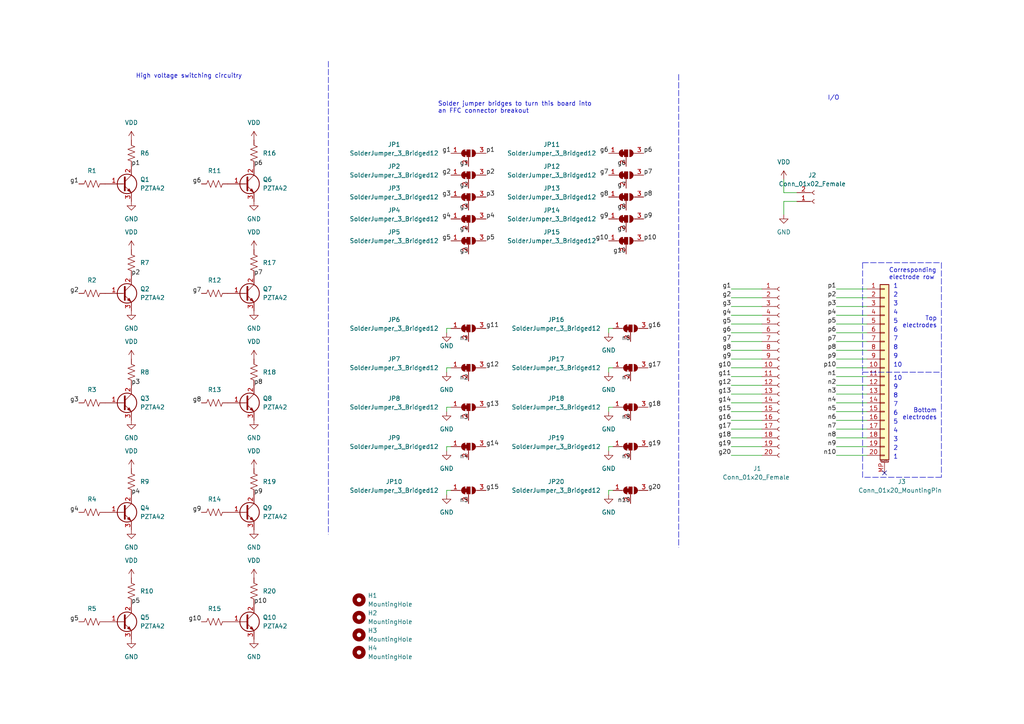
<source format=kicad_sch>
(kicad_sch (version 20211123) (generator eeschema)
  (paper "A4")
  (lib_symbols
    (symbol "Connector:Conn_01x02_Female" (pin_names (offset 1.016) hide)
      (property "Reference" "J" (at 0 2.54 0))
      (property "Value" "Conn_01x02_Female" (at 0 -5.08 0))
      (symbol "Conn_01x02_Female_1_1"
        (arc (start 0 -2.032) (mid -0.508 -2.54) (end 0 -3.048) (stroke (width 0.1524)))
        (polyline (pts (xy -1.27 -2.54) (xy -0.508 -2.54)) (stroke (width 0.1524)))
        (polyline (pts (xy -1.27 0) (xy -0.508 0)) (stroke (width 0.1524)))
        (arc (start 0 0.508) (mid -0.508 0) (end 0 -0.508) (stroke (width 0.1524)))
        (pin passive line (at -5.08 0 0) (length 3.81) (name "Pin_1") (number "1"))
        (pin passive line (at -5.08 -2.54 0) (length 3.81) (name "Pin_2") (number "2"))
      )
    )
    (symbol "Connector:Conn_01x20_Female" (pin_names (offset 1.016) hide)
      (property "Reference" "J" (at 0 25.4 0))
      (property "Value" "Conn_01x20_Female" (at 0 -27.94 0))
      (symbol "Conn_01x20_Female_1_1"
        (arc (start 0 -24.892) (mid -0.508 -25.4) (end 0 -25.908) (stroke (width 0.1524)))
        (arc (start 0 -22.352) (mid -0.508 -22.86) (end 0 -23.368) (stroke (width 0.1524)))
        (arc (start 0 -19.812) (mid -0.508 -20.32) (end 0 -20.828) (stroke (width 0.1524)))
        (arc (start 0 -17.272) (mid -0.508 -17.78) (end 0 -18.288) (stroke (width 0.1524)))
        (arc (start 0 -14.732) (mid -0.508 -15.24) (end 0 -15.748) (stroke (width 0.1524)))
        (arc (start 0 -12.192) (mid -0.508 -12.7) (end 0 -13.208) (stroke (width 0.1524)))
        (arc (start 0 -9.652) (mid -0.508 -10.16) (end 0 -10.668) (stroke (width 0.1524)))
        (arc (start 0 -7.112) (mid -0.508 -7.62) (end 0 -8.128) (stroke (width 0.1524)))
        (arc (start 0 -4.572) (mid -0.508 -5.08) (end 0 -5.588) (stroke (width 0.1524)))
        (arc (start 0 -2.032) (mid -0.508 -2.54) (end 0 -3.048) (stroke (width 0.1524)))
        (polyline (pts (xy -1.27 -25.4) (xy -0.508 -25.4)) (stroke (width 0.1524)))
        (polyline (pts (xy -1.27 -22.86) (xy -0.508 -22.86)) (stroke (width 0.1524)))
        (polyline (pts (xy -1.27 -20.32) (xy -0.508 -20.32)) (stroke (width 0.1524)))
        (polyline (pts (xy -1.27 -17.78) (xy -0.508 -17.78)) (stroke (width 0.1524)))
        (polyline (pts (xy -1.27 -15.24) (xy -0.508 -15.24)) (stroke (width 0.1524)))
        (polyline (pts (xy -1.27 -12.7) (xy -0.508 -12.7)) (stroke (width 0.1524)))
        (polyline (pts (xy -1.27 -10.16) (xy -0.508 -10.16)) (stroke (width 0.1524)))
        (polyline (pts (xy -1.27 -7.62) (xy -0.508 -7.62)) (stroke (width 0.1524)))
        (polyline (pts (xy -1.27 -5.08) (xy -0.508 -5.08)) (stroke (width 0.1524)))
        (polyline (pts (xy -1.27 -2.54) (xy -0.508 -2.54)) (stroke (width 0.1524)))
        (polyline (pts (xy -1.27 0) (xy -0.508 0)) (stroke (width 0.1524)))
        (polyline (pts (xy -1.27 2.54) (xy -0.508 2.54)) (stroke (width 0.1524)))
        (polyline (pts (xy -1.27 5.08) (xy -0.508 5.08)) (stroke (width 0.1524)))
        (polyline (pts (xy -1.27 7.62) (xy -0.508 7.62)) (stroke (width 0.1524)))
        (polyline (pts (xy -1.27 10.16) (xy -0.508 10.16)) (stroke (width 0.1524)))
        (polyline (pts (xy -1.27 12.7) (xy -0.508 12.7)) (stroke (width 0.1524)))
        (polyline (pts (xy -1.27 15.24) (xy -0.508 15.24)) (stroke (width 0.1524)))
        (polyline (pts (xy -1.27 17.78) (xy -0.508 17.78)) (stroke (width 0.1524)))
        (polyline (pts (xy -1.27 20.32) (xy -0.508 20.32)) (stroke (width 0.1524)))
        (polyline (pts (xy -1.27 22.86) (xy -0.508 22.86)) (stroke (width 0.1524)))
        (arc (start 0 0.508) (mid -0.508 0) (end 0 -0.508) (stroke (width 0.1524)))
        (arc (start 0 3.048) (mid -0.508 2.54) (end 0 2.032) (stroke (width 0.1524)))
        (arc (start 0 5.588) (mid -0.508 5.08) (end 0 4.572) (stroke (width 0.1524)))
        (arc (start 0 8.128) (mid -0.508 7.62) (end 0 7.112) (stroke (width 0.1524)))
        (arc (start 0 10.668) (mid -0.508 10.16) (end 0 9.652) (stroke (width 0.1524)))
        (arc (start 0 13.208) (mid -0.508 12.7) (end 0 12.192) (stroke (width 0.1524)))
        (arc (start 0 15.748) (mid -0.508 15.24) (end 0 14.732) (stroke (width 0.1524)))
        (arc (start 0 18.288) (mid -0.508 17.78) (end 0 17.272) (stroke (width 0.1524)))
        (arc (start 0 20.828) (mid -0.508 20.32) (end 0 19.812) (stroke (width 0.1524)))
        (arc (start 0 23.368) (mid -0.508 22.86) (end 0 22.352) (stroke (width 0.1524)))
        (pin passive line (at -5.08 22.86 0) (length 3.81) (name "Pin_1") (number "1"))
        (pin passive line (at -5.08 0 0) (length 3.81) (name "Pin_10") (number "10"))
        (pin passive line (at -5.08 -2.54 0) (length 3.81) (name "Pin_11") (number "11"))
        (pin passive line (at -5.08 -5.08 0) (length 3.81) (name "Pin_12") (number "12"))
        (pin passive line (at -5.08 -7.62 0) (length 3.81) (name "Pin_13") (number "13"))
        (pin passive line (at -5.08 -10.16 0) (length 3.81) (name "Pin_14") (number "14"))
        (pin passive line (at -5.08 -12.7 0) (length 3.81) (name "Pin_15") (number "15"))
        (pin passive line (at -5.08 -15.24 0) (length 3.81) (name "Pin_16") (number "16"))
        (pin passive line (at -5.08 -17.78 0) (length 3.81) (name "Pin_17") (number "17"))
        (pin passive line (at -5.08 -20.32 0) (length 3.81) (name "Pin_18") (number "18"))
        (pin passive line (at -5.08 -22.86 0) (length 3.81) (name "Pin_19") (number "19"))
        (pin passive line (at -5.08 20.32 0) (length 3.81) (name "Pin_2") (number "2"))
        (pin passive line (at -5.08 -25.4 0) (length 3.81) (name "Pin_20") (number "20"))
        (pin passive line (at -5.08 17.78 0) (length 3.81) (name "Pin_3") (number "3"))
        (pin passive line (at -5.08 15.24 0) (length 3.81) (name "Pin_4") (number "4"))
        (pin passive line (at -5.08 12.7 0) (length 3.81) (name "Pin_5") (number "5"))
        (pin passive line (at -5.08 10.16 0) (length 3.81) (name "Pin_6") (number "6"))
        (pin passive line (at -5.08 7.62 0) (length 3.81) (name "Pin_7") (number "7"))
        (pin passive line (at -5.08 5.08 0) (length 3.81) (name "Pin_8") (number "8"))
        (pin passive line (at -5.08 2.54 0) (length 3.81) (name "Pin_9") (number "9"))
      )
    )
    (symbol "Connector_Generic_MountingPin:Conn_01x20_MountingPin" (pin_names (offset 1.016) hide)
      (property "Reference" "J" (at 0 25.4 0))
      (property "Value" "Conn_01x20_MountingPin" (at 1.27 -27.94 0))
      (symbol "Conn_01x20_MountingPin_1_1"
        (rectangle (start -1.27 -25.273) (end 0 -25.527) (stroke (width 0.1524)))
        (rectangle (start -1.27 -22.733) (end 0 -22.987) (stroke (width 0.1524)))
        (rectangle (start -1.27 -20.193) (end 0 -20.447) (stroke (width 0.1524)))
        (rectangle (start -1.27 -17.653) (end 0 -17.907) (stroke (width 0.1524)))
        (rectangle (start -1.27 -15.113) (end 0 -15.367) (stroke (width 0.1524)))
        (rectangle (start -1.27 -12.573) (end 0 -12.827) (stroke (width 0.1524)))
        (rectangle (start -1.27 -10.033) (end 0 -10.287) (stroke (width 0.1524)))
        (rectangle (start -1.27 -7.493) (end 0 -7.747) (stroke (width 0.1524)))
        (rectangle (start -1.27 -4.953) (end 0 -5.207) (stroke (width 0.1524)))
        (rectangle (start -1.27 -2.413) (end 0 -2.667) (stroke (width 0.1524)))
        (rectangle (start -1.27 0.127) (end 0 -0.127) (stroke (width 0.1524)))
        (rectangle (start -1.27 2.667) (end 0 2.413) (stroke (width 0.1524)))
        (rectangle (start -1.27 5.207) (end 0 4.953) (stroke (width 0.1524)))
        (rectangle (start -1.27 7.747) (end 0 7.493) (stroke (width 0.1524)))
        (rectangle (start -1.27 10.287) (end 0 10.033) (stroke (width 0.1524)))
        (rectangle (start -1.27 12.827) (end 0 12.573) (stroke (width 0.1524)))
        (rectangle (start -1.27 15.367) (end 0 15.113) (stroke (width 0.1524)))
        (rectangle (start -1.27 17.907) (end 0 17.653) (stroke (width 0.1524)))
        (rectangle (start -1.27 20.447) (end 0 20.193) (stroke (width 0.1524)))
        (rectangle (start -1.27 22.987) (end 0 22.733) (stroke (width 0.1524)))
        (rectangle (start -1.27 24.13) (end 1.27 -26.67) (stroke (width 0.254)) (fill (type background)))
        (polyline (pts (xy -1.016 -27.432) (xy 1.016 -27.432)) (stroke (width 0.1524)))
        (text "Mounting" (at 0 -27.051 0) (effects (font (size 0.381 0.381))))
        (pin passive line (at -5.08 22.86 0) (length 3.81) (name "Pin_1") (number "1"))
        (pin passive line (at -5.08 0 0) (length 3.81) (name "Pin_10") (number "10"))
        (pin passive line (at -5.08 -2.54 0) (length 3.81) (name "Pin_11") (number "11"))
        (pin passive line (at -5.08 -5.08 0) (length 3.81) (name "Pin_12") (number "12"))
        (pin passive line (at -5.08 -7.62 0) (length 3.81) (name "Pin_13") (number "13"))
        (pin passive line (at -5.08 -10.16 0) (length 3.81) (name "Pin_14") (number "14"))
        (pin passive line (at -5.08 -12.7 0) (length 3.81) (name "Pin_15") (number "15"))
        (pin passive line (at -5.08 -15.24 0) (length 3.81) (name "Pin_16") (number "16"))
        (pin passive line (at -5.08 -17.78 0) (length 3.81) (name "Pin_17") (number "17"))
        (pin passive line (at -5.08 -20.32 0) (length 3.81) (name "Pin_18") (number "18"))
        (pin passive line (at -5.08 -22.86 0) (length 3.81) (name "Pin_19") (number "19"))
        (pin passive line (at -5.08 20.32 0) (length 3.81) (name "Pin_2") (number "2"))
        (pin passive line (at -5.08 -25.4 0) (length 3.81) (name "Pin_20") (number "20"))
        (pin passive line (at -5.08 17.78 0) (length 3.81) (name "Pin_3") (number "3"))
        (pin passive line (at -5.08 15.24 0) (length 3.81) (name "Pin_4") (number "4"))
        (pin passive line (at -5.08 12.7 0) (length 3.81) (name "Pin_5") (number "5"))
        (pin passive line (at -5.08 10.16 0) (length 3.81) (name "Pin_6") (number "6"))
        (pin passive line (at -5.08 7.62 0) (length 3.81) (name "Pin_7") (number "7"))
        (pin passive line (at -5.08 5.08 0) (length 3.81) (name "Pin_8") (number "8"))
        (pin passive line (at -5.08 2.54 0) (length 3.81) (name "Pin_9") (number "9"))
        (pin passive line (at 0 -30.48 90) (length 3.048) (name "MountPin") (number "MP"))
      )
    )
    (symbol "Device:R_US" (pin_numbers hide) (pin_names (offset 0))
      (property "Reference" "R" (at 2.54 0 90))
      (property "Value" "R_US" (at -2.54 0 90))
      (symbol "R_US_0_1"
        (polyline (pts (xy 0 -2.286) (xy 0 -2.54)))
        (polyline (pts (xy 0 2.286) (xy 0 2.54)))
        (polyline (pts (xy 0 -0.762) (xy 1.016 -1.143) (xy 0 -1.524) (xy -1.016 -1.905) (xy 0 -2.286)))
        (polyline (pts (xy 0 0.762) (xy 1.016 0.381) (xy 0 0) (xy -1.016 -0.381) (xy 0 -0.762)))
        (polyline (pts (xy 0 2.286) (xy 1.016 1.905) (xy 0 1.524) (xy -1.016 1.143) (xy 0 0.762)))
      )
      (symbol "R_US_1_1"
        (pin passive line (at 0 3.81 270) (length 1.27) (name "~") (number "1"))
        (pin passive line (at 0 -3.81 90) (length 1.27) (name "~") (number "2"))
      )
    )
    (symbol "Jumper:SolderJumper_3_Bridged12" (pin_names (offset 0) hide)
      (property "Reference" "JP" (at -2.54 -2.54 0))
      (property "Value" "SolderJumper_3_Bridged12" (at 0 2.794 0))
      (symbol "SolderJumper_3_Bridged12_0_1"
        (rectangle (start -1.016 0.508) (end -0.508 -0.508) (fill (type outline)))
        (arc (start -1.016 1.016) (mid -2.032 0) (end -1.016 -1.016))
        (arc (start -1.016 1.016) (mid -2.032 0) (end -1.016 -1.016) (fill (type outline)))
        (rectangle (start -0.508 1.016) (end 0.508 -1.016) (fill (type outline)))
        (polyline (pts (xy -2.54 0) (xy -2.032 0)))
        (polyline (pts (xy -1.016 1.016) (xy -1.016 -1.016)))
        (polyline (pts (xy 0 -1.27) (xy 0 -1.016)))
        (polyline (pts (xy 1.016 1.016) (xy 1.016 -1.016)))
        (polyline (pts (xy 2.54 0) (xy 2.032 0)))
        (arc (start 1.016 -1.016) (mid 2.032 0) (end 1.016 1.016))
        (arc (start 1.016 -1.016) (mid 2.032 0) (end 1.016 1.016) (fill (type outline)))
      )
      (symbol "SolderJumper_3_Bridged12_1_1"
        (pin passive line (at -5.08 0 0) (length 2.54) (name "A") (number "1"))
        (pin passive line (at 0 -3.81 90) (length 2.54) (name "C") (number "2"))
        (pin passive line (at 5.08 0 180) (length 2.54) (name "B") (number "3"))
      )
    )
    (symbol "Mechanical:MountingHole" (pin_names (offset 1.016))
      (property "Reference" "H" (at 0 5.08 0))
      (property "Value" "MountingHole" (at 0 3.175 0))
      (symbol "MountingHole_0_1"
        (circle (center 0 0) (radius 1.27) (stroke (width 1.27)))
      )
    )
    (symbol "Transistor_BJT:PZTA42" (pin_names (offset 0) hide)
      (property "Reference" "Q" (at 5.08 1.905 0))
      (property "Value" "PZTA42" (at 5.08 0 0))
      (symbol "PZTA42_0_1"
        (polyline (pts (xy 0 0) (xy 0.635 0)))
        (polyline (pts (xy 2.54 -2.54) (xy 0.635 -0.635)))
        (polyline (pts (xy 2.54 2.54) (xy 0.635 0.635)))
        (polyline (pts (xy 0.635 1.905) (xy 0.635 -1.905) (xy 0.635 -1.905)) (stroke (width 0.508)))
        (polyline (pts (xy 2.286 -2.286) (xy 1.778 -1.778) (xy 1.778 -1.778)))
        (polyline (pts (xy 1.397 -1.905) (xy 1.905 -1.397) (xy 2.413 -2.413) (xy 1.397 -1.905) (xy 1.397 -1.905)) (fill (type outline)))
        (circle (center 1.27 0) (radius 2.8194) (stroke (width 0.254)))
      )
      (symbol "PZTA42_1_1"
        (pin input line (at -5.08 0 0) (length 5.08) (name "B") (number "1"))
        (pin passive line (at 2.54 5.08 270) (length 2.54) (name "C") (number "2"))
        (pin passive line (at 2.54 -5.08 90) (length 2.54) (name "E") (number "3"))
      )
    )
    (symbol "power:GND" (power) (pin_names (offset 0))
      (property "Value" "GND" (at 0 -3.81 0))
      (symbol "GND_0_1"
        (polyline (pts (xy 0 0) (xy 0 -1.27) (xy 1.27 -1.27) (xy 0 -2.54) (xy -1.27 -1.27) (xy 0 -1.27)))
      )
      (symbol "GND_1_1"
        (pin power_in line (at 0 0 270) (length 0) hide (name "GND") (number "1"))
      )
    )
    (symbol "power:VDD" (power) (pin_names (offset 0))
      (property "Value" "VDD" (at 0 3.81 0))
      (symbol "VDD_0_1"
        (polyline (pts (xy -0.762 1.27) (xy 0 2.54)))
        (polyline (pts (xy 0 0) (xy 0 2.54)))
        (polyline (pts (xy 0 2.54) (xy 0.762 1.27)))
      )
      (symbol "VDD_1_1"
        (pin power_in line (at 0 0 90) (length 0) hide (name "VDD") (number "1"))
      )
    )
  )
  (no_connect (at 256.54 137.16))
  (wire (pts (xy 212.09 83.82) (xy 220.98 83.82)))
  (wire (pts (xy 242.57 91.44) (xy 251.46 91.44)))
  (wire (pts (xy 212.09 104.14) (xy 220.98 104.14)))
  (polyline (pts (xy 273.05 138.43) (xy 250.19 138.43)))
  (wire (pts (xy 130.81 129.54) (xy 129.54 129.54)))
  (wire (pts (xy 212.09 114.3) (xy 220.98 114.3)))
  (wire (pts (xy 129.54 129.54) (xy 129.54 130.81)))
  (polyline (pts (xy 250.19 76.2) (xy 273.05 76.2)))
  (polyline (pts (xy 250.19 138.43) (xy 250.19 107.95)))
  (wire (pts (xy 176.53 95.25) (xy 176.53 96.52)))
  (wire (pts (xy 177.8 129.54) (xy 176.53 129.54)))
  (wire (pts (xy 242.57 101.6) (xy 251.46 101.6)))
  (wire (pts (xy 227.33 58.42) (xy 227.33 62.23)))
  (wire (pts (xy 242.57 88.9) (xy 251.46 88.9)))
  (wire (pts (xy 242.57 132.08) (xy 251.46 132.08)))
  (wire (pts (xy 242.57 129.54) (xy 251.46 129.54)))
  (wire (pts (xy 130.81 118.11) (xy 129.54 118.11)))
  (wire (pts (xy 212.09 93.98) (xy 220.98 93.98)))
  (wire (pts (xy 130.81 95.25) (xy 129.54 95.25)))
  (wire (pts (xy 176.53 142.24) (xy 176.53 143.51)))
  (wire (pts (xy 129.54 118.11) (xy 129.54 119.38)))
  (wire (pts (xy 177.8 142.24) (xy 176.53 142.24)))
  (polyline (pts (xy 250.19 107.95) (xy 273.05 107.95)))
  (polyline (pts (xy 95.25 17.78) (xy 95.25 154.94)))
  (wire (pts (xy 130.81 142.24) (xy 129.54 142.24)))
  (wire (pts (xy 212.09 129.54) (xy 220.98 129.54)))
  (wire (pts (xy 212.09 91.44) (xy 220.98 91.44)))
  (wire (pts (xy 176.53 118.11) (xy 176.53 119.38)))
  (wire (pts (xy 242.57 127) (xy 251.46 127)))
  (wire (pts (xy 242.57 83.82) (xy 251.46 83.82)))
  (wire (pts (xy 176.53 129.54) (xy 176.53 130.81)))
  (wire (pts (xy 212.09 109.22) (xy 220.98 109.22)))
  (wire (pts (xy 242.57 96.52) (xy 251.46 96.52)))
  (wire (pts (xy 242.57 114.3) (xy 251.46 114.3)))
  (wire (pts (xy 212.09 96.52) (xy 220.98 96.52)))
  (wire (pts (xy 177.8 95.25) (xy 176.53 95.25)))
  (wire (pts (xy 129.54 95.25) (xy 129.54 96.52)))
  (wire (pts (xy 177.8 118.11) (xy 176.53 118.11)))
  (wire (pts (xy 242.57 116.84) (xy 251.46 116.84)))
  (wire (pts (xy 242.57 99.06) (xy 251.46 99.06)))
  (wire (pts (xy 130.81 106.68) (xy 129.54 106.68)))
  (wire (pts (xy 227.33 52.07) (xy 227.33 55.88)))
  (wire (pts (xy 212.09 99.06) (xy 220.98 99.06)))
  (wire (pts (xy 212.09 86.36) (xy 220.98 86.36)))
  (wire (pts (xy 177.8 106.68) (xy 176.53 106.68)))
  (wire (pts (xy 129.54 142.24) (xy 129.54 143.51)))
  (wire (pts (xy 129.54 106.68) (xy 129.54 107.95)))
  (wire (pts (xy 242.57 93.98) (xy 251.46 93.98)))
  (polyline (pts (xy 196.85 21.59) (xy 196.85 158.75)))
  (wire (pts (xy 231.14 58.42) (xy 227.33 58.42)))
  (wire (pts (xy 212.09 88.9) (xy 220.98 88.9)))
  (polyline (pts (xy 273.05 76.2) (xy 273.05 107.95)))
  (wire (pts (xy 212.09 101.6) (xy 220.98 101.6)))
  (wire (pts (xy 212.09 111.76) (xy 220.98 111.76)))
  (wire (pts (xy 212.09 116.84) (xy 220.98 116.84)))
  (polyline (pts (xy 250.19 76.2) (xy 250.19 107.95)))
  (wire (pts (xy 242.57 86.36) (xy 251.46 86.36)))
  (wire (pts (xy 227.33 55.88) (xy 231.14 55.88)))
  (wire (pts (xy 212.09 127) (xy 220.98 127)))
  (wire (pts (xy 242.57 121.92) (xy 251.46 121.92)))
  (wire (pts (xy 242.57 109.22) (xy 251.46 109.22)))
  (polyline (pts (xy 273.05 107.95) (xy 273.05 138.43)))
  (wire (pts (xy 212.09 132.08) (xy 220.98 132.08)))
  (wire (pts (xy 212.09 124.46) (xy 220.98 124.46)))
  (wire (pts (xy 242.57 124.46) (xy 251.46 124.46)))
  (wire (pts (xy 212.09 106.68) (xy 220.98 106.68)))
  (wire (pts (xy 176.53 106.68) (xy 176.53 107.95)))
  (wire (pts (xy 242.57 104.14) (xy 251.46 104.14)))
  (wire (pts (xy 212.09 121.92) (xy 220.98 121.92)))
  (wire (pts (xy 242.57 111.76) (xy 251.46 111.76)))
  (wire (pts (xy 242.57 106.68) (xy 251.46 106.68)))
  (wire (pts (xy 212.09 119.38) (xy 220.98 119.38)))
  (wire (pts (xy 242.57 119.38) (xy 251.46 119.38)))
  (text "4" (at 259.08 125.73 0) (effects (font (size 1.27 1.27)) (justify left bottom)))
  (text "4" (at 259.08 91.44 0) (effects (font (size 1.27 1.27)) (justify left bottom)))
  (text "7" (at 259.08 118.11 0) (effects (font (size 1.27 1.27)) (justify left bottom)))
  (text "8" (at 259.08 101.6 0) (effects (font (size 1.27 1.27)) (justify left bottom)))
  (text "9" (at 259.08 113.03 0) (effects (font (size 1.27 1.27)) (justify left bottom)))
  (text "6" (at 259.08 96.52 0) (effects (font (size 1.27 1.27)) (justify left bottom)))
  (text "1" (at 259.08 133.35 0) (effects (font (size 1.27 1.27)) (justify left bottom)))
  (text "Bottom\nelectrodes" (at 271.78 121.92 180) (effects (font (size 1.27 1.27)) (justify right bottom)))
  (text "6" (at 259.08 120.65 0) (effects (font (size 1.27 1.27)) (justify left bottom)))
  (text "8" (at 259.08 115.57 0) (effects (font (size 1.27 1.27)) (justify left bottom)))
  (text "High voltage switching circuitry" (at 39.37 22.86 0) (effects (font (size 1.27 1.27)) (justify left bottom)))
  (text "10\n" (at 259.08 106.68 0) (effects (font (size 1.27 1.27)) (justify left bottom)))
  (text "5" (at 259.08 93.98 0) (effects (font (size 1.27 1.27)) (justify left bottom)))
  (text "1" (at 259.08 83.82 0) (effects (font (size 1.27 1.27)) (justify left bottom)))
  (text "9" (at 259.08 104.14 0) (effects (font (size 1.27 1.27)) (justify left bottom)))
  (text "7" (at 259.08 99.06 0) (effects (font (size 1.27 1.27)) (justify left bottom)))
  (text "2" (at 259.08 130.81 0) (effects (font (size 1.27 1.27)) (justify left bottom)))
  (text "Top\nelectrodes" (at 271.78 95.25 180) (effects (font (size 1.27 1.27)) (justify right bottom)))
  (text "3" (at 259.08 88.9 0) (effects (font (size 1.27 1.27)) (justify left bottom)))
  (text "2\n" (at 259.08 86.36 0) (effects (font (size 1.27 1.27)) (justify left bottom)))
  (text "10" (at 259.08 110.49 0) (effects (font (size 1.27 1.27)) (justify left bottom)))
  (text "3" (at 259.08 128.27 0) (effects (font (size 1.27 1.27)) (justify left bottom)))
  (text "Corresponding\nelectrode row" (at 257.81 81.28 0) (effects (font (size 1.27 1.27)) (justify left bottom)))
  (text "5" (at 259.08 123.19 0) (effects (font (size 1.27 1.27)) (justify left bottom)))
  (text "Solder jumper bridges to turn this board into\nan FFC connector breakout" (at 127 33.02 0) (effects (font (size 1.27 1.27)) (justify left bottom)))
  (text "I/O" (at 240.03 29.21 0) (effects (font (size 1.27 1.27)) (justify left bottom)))
  (label "g19" (at 187.96 129.54 0))
  (label "p5" (at 38.1 175.26 0))
  (label "p3" (at 38.1 111.76 0))
  (label "n4" (at 135.89 133.35 180))
  (label "p9" (at 73.66 143.51 0))
  (label "g9" (at 58.42 148.59 180))
  (label "n10" (at 242.57 132.08 180))
  (label "n1" (at 242.57 109.22 180))
  (label "p2" (at 242.57 86.36 180))
  (label "g14" (at 140.97 129.54 0))
  (label "g3" (at 135.89 60.96 180))
  (label "p4" (at 140.97 63.5 0))
  (label "p4" (at 242.57 91.44 180))
  (label "p5" (at 140.97 69.85 0))
  (label "p6" (at 73.66 48.26 0))
  (label "n7" (at 182.88 110.49 180))
  (label "n7" (at 242.57 124.46 180))
  (label "p6" (at 186.69 44.45 0))
  (label "n9" (at 242.57 129.54 180))
  (label "n8" (at 182.88 121.92 180))
  (label "g6" (at 212.09 96.52 180))
  (label "g9" (at 176.53 63.5 180))
  (label "n3" (at 242.57 114.3 180))
  (label "g18" (at 187.96 118.11 0))
  (label "p7" (at 242.57 99.06 180))
  (label "p10" (at 73.66 175.26 0))
  (label "g6" (at 58.42 53.34 180))
  (label "g15" (at 140.97 142.24 0))
  (label "g5" (at 22.86 180.34 180))
  (label "g2" (at 212.09 86.36 180))
  (label "g17" (at 212.09 124.46 180))
  (label "p9" (at 186.69 63.5 0))
  (label "g5" (at 130.81 69.85 180))
  (label "g14" (at 212.09 116.84 180))
  (label "g13" (at 212.09 114.3 180))
  (label "p1" (at 38.1 48.26 0))
  (label "n6" (at 182.88 99.06 180))
  (label "p8" (at 73.66 111.76 0))
  (label "p5" (at 242.57 93.98 180))
  (label "g10" (at 181.61 73.66 180))
  (label "g3" (at 130.81 57.15 180))
  (label "g4" (at 22.86 148.59 180))
  (label "p2" (at 38.1 80.01 0))
  (label "n9" (at 182.88 133.35 180))
  (label "n2" (at 242.57 111.76 180))
  (label "n4" (at 242.57 116.84 180))
  (label "g19" (at 212.09 129.54 180))
  (label "p3" (at 140.97 57.15 0))
  (label "g12" (at 140.97 106.68 0))
  (label "g7" (at 176.53 50.8 180))
  (label "g7" (at 58.42 85.09 180))
  (label "g3" (at 22.86 116.84 180))
  (label "g10" (at 176.53 69.85 180))
  (label "g20" (at 187.96 142.24 0))
  (label "g11" (at 140.97 95.25 0))
  (label "p1" (at 140.97 44.45 0))
  (label "g1" (at 22.86 53.34 180))
  (label "p4" (at 38.1 143.51 0))
  (label "g3" (at 212.09 88.9 180))
  (label "p3" (at 242.57 88.9 180))
  (label "p9" (at 242.57 104.14 180))
  (label "n3" (at 135.89 121.92 180))
  (label "g10" (at 58.42 180.34 180))
  (label "g2" (at 22.86 85.09 180))
  (label "g7" (at 181.61 54.61 180))
  (label "g9" (at 212.09 104.14 180))
  (label "n1" (at 135.89 99.06 180))
  (label "p2" (at 140.97 50.8 0))
  (label "g8" (at 58.42 116.84 180))
  (label "g5" (at 135.89 73.66 180))
  (label "g6" (at 176.53 44.45 180))
  (label "g6" (at 181.61 48.26 180))
  (label "p8" (at 186.69 57.15 0))
  (label "g20" (at 212.09 132.08 180))
  (label "n8" (at 242.57 127 180))
  (label "p7" (at 186.69 50.8 0))
  (label "g12" (at 212.09 111.76 180))
  (label "g18" (at 212.09 127 180))
  (label "g10" (at 212.09 106.68 180))
  (label "g1" (at 135.89 48.26 180))
  (label "p10" (at 242.57 106.68 180))
  (label "n5" (at 242.57 119.38 180))
  (label "n6" (at 242.57 121.92 180))
  (label "n10" (at 182.88 146.05 180))
  (label "p10" (at 186.69 69.85 0))
  (label "g1" (at 212.09 83.82 180))
  (label "g9" (at 181.61 67.31 180))
  (label "p8" (at 242.57 101.6 180))
  (label "g16" (at 187.96 95.25 0))
  (label "p1" (at 242.57 83.82 180))
  (label "g8" (at 176.53 57.15 180))
  (label "g17" (at 187.96 106.68 0))
  (label "g8" (at 212.09 101.6 180))
  (label "g4" (at 135.89 67.31 180))
  (label "g5" (at 212.09 93.98 180))
  (label "g2" (at 135.89 54.61 180))
  (label "g7" (at 212.09 99.06 180))
  (label "g15" (at 212.09 119.38 180))
  (label "p7" (at 73.66 80.01 0))
  (label "g4" (at 212.09 91.44 180))
  (label "n5" (at 135.89 146.05 180))
  (label "g4" (at 130.81 63.5 180))
  (label "g13" (at 140.97 118.11 0))
  (label "n2" (at 135.89 110.49 180))
  (label "g16" (at 212.09 121.92 180))
  (label "g8" (at 181.61 60.96 180))
  (label "g2" (at 130.81 50.8 180))
  (label "g1" (at 130.81 44.45 180))
  (label "p6" (at 242.57 96.52 180))
  (label "g11" (at 212.09 109.22 180))
  (symbol (lib_id "Jumper:SolderJumper_3_Bridged12") (at 181.61 69.85 0) (unit 1)
    (property "Reference" "JP15" (at 160.02 67.31 0))
    (property "Value" "SolderJumper_3_Bridged12" (at 160.02 69.85 0))
    (property "Footprint" "Jumper:SolderJumper-3_P1.3mm_Bridged12_RoundedPad1.0x1.5mm" (effects hide))
  )
  (symbol (lib_id "power:VDD") (at 73.66 104.14 0) (unit 1)
    (property "Reference" "#PWR015" (effects hide))
    (property "Value" "VDD" (at 73.66 99.06 0))
  )
  (symbol (lib_id "Device:R_US") (at 26.67 85.09 90) (unit 1)
    (property "Reference" "R2" (at 26.67 81.28 90))
    (property "Value" "R_US" (effects hide))
    (property "Footprint" "Resistor_SMD:R_MELF_MMB-0207" (effects hide))
  )
  (symbol (lib_id "power:VDD") (at 73.66 167.64 0) (unit 1)
    (property "Reference" "#PWR019" (effects hide))
    (property "Value" "VDD" (at 73.66 162.56 0))
  )
  (symbol (lib_id "Device:R_US") (at 26.67 180.34 90) (unit 1)
    (property "Reference" "R5" (at 26.67 176.53 90))
    (property "Value" "R_US" (effects hide))
    (property "Footprint" "Resistor_SMD:R_MELF_MMB-0207" (effects hide))
  )
  (symbol (lib_id "Jumper:SolderJumper_3_Bridged12") (at 182.88 142.24 0) (unit 1)
    (property "Reference" "JP20" (at 161.29 139.7 0))
    (property "Value" "SolderJumper_3_Bridged12" (at 161.29 142.24 0))
    (property "Footprint" "Jumper:SolderJumper-3_P1.3mm_Bridged12_RoundedPad1.0x1.5mm" (effects hide))
  )
  (symbol (lib_id "Jumper:SolderJumper_3_Bridged12") (at 182.88 129.54 0) (unit 1)
    (property "Reference" "JP19" (at 161.29 127 0))
    (property "Value" "SolderJumper_3_Bridged12" (at 161.29 129.54 0))
    (property "Footprint" "Jumper:SolderJumper-3_P1.3mm_Bridged12_RoundedPad1.0x1.5mm" (effects hide))
  )
  (symbol (lib_id "power:GND") (at 129.54 119.38 0) (unit 1)
    (property "Reference" "#PWR023" (effects hide))
    (property "Value" "GND" (at 129.54 124.46 0))
  )
  (symbol (lib_id "Device:R_US") (at 38.1 44.45 180) (unit 1)
    (property "Reference" "R6" (at 40.64 44.4499 0) (effects (justify right)))
    (property "Value" "R_US" (effects hide))
    (property "Footprint" "Resistor_SMD:R_MELF_MMB-0207" (effects hide))
  )
  (symbol (lib_id "Mechanical:MountingHole") (at 104.14 173.99 0) (unit 1)
    (property "Reference" "H1" (at 106.68 172.7199 0) (effects (justify left)))
    (property "Value" "MountingHole" (at 106.68 175.2599 0) (effects (justify left)))
    (property "Footprint" "MountingHole:MountingHole_3.2mm_M3_Pad_Via" (effects hide))
  )
  (symbol (lib_id "power:GND") (at 176.53 107.95 0) (unit 1)
    (property "Reference" "#PWR027" (effects hide))
    (property "Value" "GND" (at 176.53 113.03 0))
  )
  (symbol (lib_id "Device:R_US") (at 62.23 148.59 90) (unit 1)
    (property "Reference" "R14" (at 62.23 144.78 90))
    (property "Value" "R_US" (effects hide))
    (property "Footprint" "Resistor_SMD:R_MELF_MMB-0207" (effects hide))
  )
  (symbol (lib_id "Transistor_BJT:PZTA42") (at 35.56 148.59 0) (unit 1)
    (property "Reference" "Q4" (at 40.64 147.3199 0) (effects (justify left)))
    (property "Value" "PZTA42" (at 40.64 149.8599 0) (effects (justify left)))
    (property "Footprint" "Package_TO_SOT_SMD:SOT-223-3_TabPin2" (effects hide))
    (property "Datasheet" "https://www.onsemi.com/pub/Collateral/PZTA42T1-D.PDF" (effects hide))
  )
  (symbol (lib_id "Jumper:SolderJumper_3_Bridged12") (at 135.89 118.11 0) (unit 1)
    (property "Reference" "JP8" (at 114.3 115.57 0))
    (property "Value" "SolderJumper_3_Bridged12" (at 114.3 118.11 0))
    (property "Footprint" "Jumper:SolderJumper-3_P1.3mm_Bridged12_RoundedPad1.0x1.5mm" (effects hide))
  )
  (symbol (lib_id "Jumper:SolderJumper_3_Bridged12") (at 181.61 44.45 0) (unit 1)
    (property "Reference" "JP11" (at 160.02 41.91 0))
    (property "Value" "SolderJumper_3_Bridged12" (at 160.02 44.45 0))
    (property "Footprint" "Jumper:SolderJumper-3_P1.3mm_Bridged12_RoundedPad1.0x1.5mm" (effects hide))
  )
  (symbol (lib_id "power:VDD") (at 73.66 72.39 0) (unit 1)
    (property "Reference" "#PWR013" (effects hide))
    (property "Value" "VDD" (at 73.66 67.31 0))
  )
  (symbol (lib_id "power:GND") (at 73.66 58.42 0) (unit 1)
    (property "Reference" "#PWR012" (effects hide))
    (property "Value" "GND" (at 73.66 63.5 0))
  )
  (symbol (lib_id "Device:R_US") (at 73.66 44.45 180) (unit 1)
    (property "Reference" "R16" (at 76.2 44.4499 0) (effects (justify right)))
    (property "Value" "R_US" (effects hide))
    (property "Footprint" "Resistor_SMD:R_MELF_MMB-0207" (effects hide))
  )
  (symbol (lib_id "Transistor_BJT:PZTA42") (at 71.12 85.09 0) (unit 1)
    (property "Reference" "Q7" (at 76.2 83.8199 0) (effects (justify left)))
    (property "Value" "PZTA42" (at 76.2 86.3599 0) (effects (justify left)))
    (property "Footprint" "Package_TO_SOT_SMD:SOT-223-3_TabPin2" (effects hide))
    (property "Datasheet" "https://www.onsemi.com/pub/Collateral/PZTA42T1-D.PDF" (effects hide))
  )
  (symbol (lib_id "power:GND") (at 38.1 58.42 0) (unit 1)
    (property "Reference" "#PWR02" (effects hide))
    (property "Value" "GND" (at 38.1 63.5 0))
  )
  (symbol (lib_id "Device:R_US") (at 38.1 139.7 180) (unit 1)
    (property "Reference" "R9" (at 40.64 139.6999 0) (effects (justify right)))
    (property "Value" "R_US" (effects hide))
    (property "Footprint" "Resistor_SMD:R_MELF_MMB-0207" (effects hide))
  )
  (symbol (lib_id "Device:R_US") (at 26.67 53.34 90) (unit 1)
    (property "Reference" "R1" (at 26.67 49.53 90))
    (property "Value" "R_US" (effects hide))
    (property "Footprint" "Resistor_SMD:R_MELF_MMB-0207" (effects hide))
  )
  (symbol (lib_id "Jumper:SolderJumper_3_Bridged12") (at 135.89 69.85 0) (unit 1)
    (property "Reference" "JP5" (at 114.3 67.31 0))
    (property "Value" "SolderJumper_3_Bridged12" (at 114.3 69.85 0))
    (property "Footprint" "Jumper:SolderJumper-3_P1.3mm_Bridged12_RoundedPad1.0x1.5mm" (effects hide))
  )
  (symbol (lib_id "power:GND") (at 176.53 96.52 0) (unit 1)
    (property "Reference" "#PWR026" (effects hide))
    (property "Value" "GND" (at 176.53 101.6 0))
  )
  (symbol (lib_id "Device:R_US") (at 62.23 116.84 90) (unit 1)
    (property "Reference" "R13" (at 62.23 113.03 90))
    (property "Value" "R_US" (effects hide))
    (property "Footprint" "Resistor_SMD:R_MELF_MMB-0207" (effects hide))
  )
  (symbol (lib_id "power:VDD") (at 73.66 135.89 0) (unit 1)
    (property "Reference" "#PWR017" (effects hide))
    (property "Value" "VDD" (at 73.66 130.81 0))
  )
  (symbol (lib_id "Mechanical:MountingHole") (at 104.14 189.23 0) (unit 1)
    (property "Reference" "H4" (at 106.68 187.9599 0) (effects (justify left)))
    (property "Value" "MountingHole" (at 106.68 190.4999 0) (effects (justify left)))
    (property "Footprint" "MountingHole:MountingHole_3.2mm_M3_Pad_Via" (effects hide))
  )
  (symbol (lib_id "power:VDD") (at 38.1 167.64 0) (unit 1)
    (property "Reference" "#PWR09" (effects hide))
    (property "Value" "VDD" (at 38.1 162.56 0))
  )
  (symbol (lib_id "power:GND") (at 38.1 121.92 0) (unit 1)
    (property "Reference" "#PWR06" (effects hide))
    (property "Value" "GND" (at 38.1 127 0))
  )
  (symbol (lib_id "Device:R_US") (at 73.66 139.7 180) (unit 1)
    (property "Reference" "R19" (at 76.2 139.6999 0) (effects (justify right)))
    (property "Value" "R_US" (effects hide))
    (property "Footprint" "Resistor_SMD:R_MELF_MMB-0207" (effects hide))
  )
  (symbol (lib_id "Transistor_BJT:PZTA42") (at 35.56 180.34 0) (unit 1)
    (property "Reference" "Q5" (at 40.64 179.0699 0) (effects (justify left)))
    (property "Value" "PZTA42" (at 40.64 181.6099 0) (effects (justify left)))
    (property "Footprint" "Package_TO_SOT_SMD:SOT-223-3_TabPin2" (effects hide))
    (property "Datasheet" "https://www.onsemi.com/pub/Collateral/PZTA42T1-D.PDF" (effects hide))
  )
  (symbol (lib_id "power:GND") (at 129.54 107.95 0) (unit 1)
    (property "Reference" "#PWR022" (effects hide))
    (property "Value" "GND" (at 129.54 113.03 0))
  )
  (symbol (lib_id "Mechanical:MountingHole") (at 104.14 179.07 0) (unit 1)
    (property "Reference" "H2" (at 106.68 177.7999 0) (effects (justify left)))
    (property "Value" "MountingHole" (at 106.68 180.3399 0) (effects (justify left)))
    (property "Footprint" "MountingHole:MountingHole_3.2mm_M3_Pad_Via" (effects hide))
  )
  (symbol (lib_id "power:VDD") (at 38.1 72.39 0) (unit 1)
    (property "Reference" "#PWR03" (effects hide))
    (property "Value" "VDD" (at 38.1 67.31 0))
  )
  (symbol (lib_id "power:VDD") (at 227.33 52.07 0) (unit 1)
    (property "Reference" "#PWR031" (effects hide))
    (property "Value" "VDD" (at 227.33 46.99 0))
  )
  (symbol (lib_id "power:GND") (at 38.1 153.67 0) (unit 1)
    (property "Reference" "#PWR08" (effects hide))
    (property "Value" "GND" (at 38.1 158.75 0))
  )
  (symbol (lib_id "Device:R_US") (at 38.1 171.45 180) (unit 1)
    (property "Reference" "R10" (at 40.64 171.4499 0) (effects (justify right)))
    (property "Value" "R_US" (effects hide))
    (property "Footprint" "Resistor_SMD:R_MELF_MMB-0207" (effects hide))
  )
  (symbol (lib_id "Jumper:SolderJumper_3_Bridged12") (at 135.89 44.45 0) (unit 1)
    (property "Reference" "JP1" (at 114.3 41.91 0))
    (property "Value" "SolderJumper_3_Bridged12" (at 114.3 44.45 0))
    (property "Footprint" "Jumper:SolderJumper-3_P1.3mm_Bridged12_RoundedPad1.0x1.5mm" (effects hide))
  )
  (symbol (lib_id "power:GND") (at 176.53 119.38 0) (unit 1)
    (property "Reference" "#PWR028" (effects hide))
    (property "Value" "GND" (at 176.53 124.46 0))
  )
  (symbol (lib_id "Jumper:SolderJumper_3_Bridged12") (at 135.89 106.68 0) (unit 1)
    (property "Reference" "JP7" (at 114.3 104.14 0))
    (property "Value" "SolderJumper_3_Bridged12" (at 114.3 106.68 0))
    (property "Footprint" "Jumper:SolderJumper-3_P1.3mm_Bridged12_RoundedPad1.0x1.5mm" (effects hide))
  )
  (symbol (lib_id "Transistor_BJT:PZTA42") (at 35.56 116.84 0) (unit 1)
    (property "Reference" "Q3" (at 40.64 115.5699 0) (effects (justify left)))
    (property "Value" "PZTA42" (at 40.64 118.1099 0) (effects (justify left)))
    (property "Footprint" "Package_TO_SOT_SMD:SOT-223-3_TabPin2" (effects hide))
    (property "Datasheet" "https://www.onsemi.com/pub/Collateral/PZTA42T1-D.PDF" (effects hide))
  )
  (symbol (lib_id "Device:R_US") (at 26.67 148.59 90) (unit 1)
    (property "Reference" "R4" (at 26.67 144.78 90))
    (property "Value" "R_US" (effects hide))
    (property "Footprint" "Resistor_SMD:R_MELF_MMB-0207" (effects hide))
  )
  (symbol (lib_id "Device:R_US") (at 62.23 53.34 90) (unit 1)
    (property "Reference" "R11" (at 62.23 49.53 90))
    (property "Value" "R_US" (effects hide))
    (property "Footprint" "Resistor_SMD:R_MELF_MMB-0207" (effects hide))
  )
  (symbol (lib_id "Transistor_BJT:PZTA42") (at 71.12 116.84 0) (unit 1)
    (property "Reference" "Q8" (at 76.2 115.5699 0) (effects (justify left)))
    (property "Value" "PZTA42" (at 76.2 118.1099 0) (effects (justify left)))
    (property "Footprint" "Package_TO_SOT_SMD:SOT-223-3_TabPin2" (effects hide))
    (property "Datasheet" "https://www.onsemi.com/pub/Collateral/PZTA42T1-D.PDF" (effects hide))
  )
  (symbol (lib_id "power:GND") (at 129.54 143.51 0) (unit 1)
    (property "Reference" "#PWR025" (effects hide))
    (property "Value" "GND" (at 129.54 148.59 0))
  )
  (symbol (lib_id "Jumper:SolderJumper_3_Bridged12") (at 135.89 142.24 0) (unit 1)
    (property "Reference" "JP10" (at 114.3 139.7 0))
    (property "Value" "SolderJumper_3_Bridged12" (at 114.3 142.24 0))
    (property "Footprint" "Jumper:SolderJumper-3_P1.3mm_Bridged12_RoundedPad1.0x1.5mm" (effects hide))
  )
  (symbol (lib_id "power:GND") (at 73.66 90.17 0) (unit 1)
    (property "Reference" "#PWR014" (effects hide))
    (property "Value" "GND" (at 73.66 95.25 0))
  )
  (symbol (lib_id "Device:R_US") (at 38.1 76.2 180) (unit 1)
    (property "Reference" "R7" (at 40.64 76.1999 0) (effects (justify right)))
    (property "Value" "R_US" (effects hide))
    (property "Footprint" "Resistor_SMD:R_MELF_MMB-0207" (effects hide))
  )
  (symbol (lib_id "Jumper:SolderJumper_3_Bridged12") (at 182.88 95.25 0) (unit 1)
    (property "Reference" "JP16" (at 161.29 92.71 0))
    (property "Value" "SolderJumper_3_Bridged12" (at 161.29 95.25 0))
    (property "Footprint" "Jumper:SolderJumper-3_P1.3mm_Bridged12_RoundedPad1.0x1.5mm" (effects hide))
  )
  (symbol (lib_id "power:GND") (at 129.54 130.81 0) (unit 1)
    (property "Reference" "#PWR024" (effects hide))
    (property "Value" "GND" (at 129.54 135.89 0))
  )
  (symbol (lib_id "power:GND") (at 73.66 153.67 0) (unit 1)
    (property "Reference" "#PWR018" (effects hide))
    (property "Value" "GND" (at 73.66 158.75 0))
  )
  (symbol (lib_id "Connector_Generic_MountingPin:Conn_01x20_MountingPin") (at 256.54 106.68 0) (unit 1)
    (property "Reference" "J3" (at 260.35 139.7 0) (effects (justify left)))
    (property "Value" "Conn_01x20_MountingPin" (at 248.92 142.24 0) (effects (justify left)))
    (property "Footprint" "Connector_FFC-FPC:Hirose_FH12-20S-0.5SH_1x20-1MP_P0.50mm_Horizontal" (effects hide))
  )
  (symbol (lib_id "Device:R_US") (at 38.1 107.95 180) (unit 1)
    (property "Reference" "R8" (at 40.64 107.9499 0) (effects (justify right)))
    (property "Value" "R_US" (effects hide))
    (property "Footprint" "Resistor_SMD:R_MELF_MMB-0207" (effects hide))
  )
  (symbol (lib_id "Transistor_BJT:PZTA42") (at 71.12 180.34 0) (unit 1)
    (property "Reference" "Q10" (at 76.2 179.0699 0) (effects (justify left)))
    (property "Value" "PZTA42" (at 76.2 181.6099 0) (effects (justify left)))
    (property "Footprint" "Package_TO_SOT_SMD:SOT-223-3_TabPin2" (effects hide))
    (property "Datasheet" "https://www.onsemi.com/pub/Collateral/PZTA42T1-D.PDF" (effects hide))
  )
  (symbol (lib_id "Jumper:SolderJumper_3_Bridged12") (at 135.89 95.25 0) (unit 1)
    (property "Reference" "JP6" (at 114.3 92.71 0))
    (property "Value" "SolderJumper_3_Bridged12" (at 114.3 95.25 0))
    (property "Footprint" "Jumper:SolderJumper-3_P1.3mm_Bridged12_RoundedPad1.0x1.5mm" (effects hide))
  )
  (symbol (lib_id "Jumper:SolderJumper_3_Bridged12") (at 135.89 57.15 0) (unit 1)
    (property "Reference" "JP3" (at 114.3 54.61 0))
    (property "Value" "SolderJumper_3_Bridged12" (at 114.3 57.15 0))
    (property "Footprint" "Jumper:SolderJumper-3_P1.3mm_Bridged12_RoundedPad1.0x1.5mm" (effects hide))
  )
  (symbol (lib_id "Jumper:SolderJumper_3_Bridged12") (at 135.89 63.5 0) (unit 1)
    (property "Reference" "JP4" (at 114.3 60.96 0))
    (property "Value" "SolderJumper_3_Bridged12" (at 114.3 63.5 0))
    (property "Footprint" "Jumper:SolderJumper-3_P1.3mm_Bridged12_RoundedPad1.0x1.5mm" (effects hide))
  )
  (symbol (lib_id "Transistor_BJT:PZTA42") (at 71.12 53.34 0) (unit 1)
    (property "Reference" "Q6" (at 76.2 52.0699 0) (effects (justify left)))
    (property "Value" "PZTA42" (at 76.2 54.6099 0) (effects (justify left)))
    (property "Footprint" "Package_TO_SOT_SMD:SOT-223-3_TabPin2" (effects hide))
    (property "Datasheet" "https://www.onsemi.com/pub/Collateral/PZTA42T1-D.PDF" (effects hide))
  )
  (symbol (lib_id "Transistor_BJT:PZTA42") (at 71.12 148.59 0) (unit 1)
    (property "Reference" "Q9" (at 76.2 147.3199 0) (effects (justify left)))
    (property "Value" "PZTA42" (at 76.2 149.8599 0) (effects (justify left)))
    (property "Footprint" "Package_TO_SOT_SMD:SOT-223-3_TabPin2" (effects hide))
    (property "Datasheet" "https://www.onsemi.com/pub/Collateral/PZTA42T1-D.PDF" (effects hide))
  )
  (symbol (lib_id "Device:R_US") (at 73.66 171.45 180) (unit 1)
    (property "Reference" "R20" (at 76.2 171.4499 0) (effects (justify right)))
    (property "Value" "R_US" (effects hide))
    (property "Footprint" "Resistor_SMD:R_MELF_MMB-0207" (effects hide))
  )
  (symbol (lib_id "Device:R_US") (at 73.66 107.95 180) (unit 1)
    (property "Reference" "R18" (at 76.2 107.9499 0) (effects (justify right)))
    (property "Value" "R_US" (effects hide))
    (property "Footprint" "Resistor_SMD:R_MELF_MMB-0207" (effects hide))
  )
  (symbol (lib_id "Jumper:SolderJumper_3_Bridged12") (at 181.61 50.8 0) (unit 1)
    (property "Reference" "JP12" (at 160.02 48.26 0))
    (property "Value" "SolderJumper_3_Bridged12" (at 160.02 50.8 0))
    (property "Footprint" "Jumper:SolderJumper-3_P1.3mm_Bridged12_RoundedPad1.0x1.5mm" (effects hide))
  )
  (symbol (lib_id "Device:R_US") (at 73.66 76.2 180) (unit 1)
    (property "Reference" "R17" (at 76.2 76.1999 0) (effects (justify right)))
    (property "Value" "R_US" (effects hide))
    (property "Footprint" "Resistor_SMD:R_MELF_MMB-0207" (effects hide))
  )
  (symbol (lib_id "power:GND") (at 38.1 185.42 0) (unit 1)
    (property "Reference" "#PWR010" (effects hide))
    (property "Value" "GND" (at 38.1 190.5 0))
  )
  (symbol (lib_id "Connector:Conn_01x20_Female") (at 226.06 106.68 0) (unit 1)
    (property "Reference" "J1" (at 218.44 135.89 0) (effects (justify left)))
    (property "Value" "Conn_01x20_Female" (at 209.55 138.43 0) (effects (justify left)))
    (property "Footprint" "Connector_PinHeader_2.54mm:PinHeader_1x20_P2.54mm_Vertical" (effects hide))
  )
  (symbol (lib_id "Jumper:SolderJumper_3_Bridged12") (at 182.88 118.11 0) (unit 1)
    (property "Reference" "JP18" (at 161.29 115.57 0))
    (property "Value" "SolderJumper_3_Bridged12" (at 161.29 118.11 0))
    (property "Footprint" "Jumper:SolderJumper-3_P1.3mm_Bridged12_RoundedPad1.0x1.5mm" (effects hide))
  )
  (symbol (lib_id "power:GND") (at 73.66 185.42 0) (unit 1)
    (property "Reference" "#PWR020" (effects hide))
    (property "Value" "GND" (at 73.66 190.5 0))
  )
  (symbol (lib_id "power:VDD") (at 38.1 40.64 0) (unit 1)
    (property "Reference" "#PWR01" (effects hide))
    (property "Value" "VDD" (at 38.1 35.56 0))
  )
  (symbol (lib_id "Jumper:SolderJumper_3_Bridged12") (at 135.89 129.54 0) (unit 1)
    (property "Reference" "JP9" (at 114.3 127 0))
    (property "Value" "SolderJumper_3_Bridged12" (at 114.3 129.54 0))
    (property "Footprint" "Jumper:SolderJumper-3_P1.3mm_Bridged12_RoundedPad1.0x1.5mm" (effects hide))
  )
  (symbol (lib_id "Jumper:SolderJumper_3_Bridged12") (at 181.61 57.15 0) (unit 1)
    (property "Reference" "JP13" (at 160.02 54.61 0))
    (property "Value" "SolderJumper_3_Bridged12" (at 160.02 57.15 0))
    (property "Footprint" "Jumper:SolderJumper-3_P1.3mm_Bridged12_RoundedPad1.0x1.5mm" (effects hide))
  )
  (symbol (lib_id "power:GND") (at 176.53 130.81 0) (unit 1)
    (property "Reference" "#PWR029" (effects hide))
    (property "Value" "GND" (at 176.53 135.89 0))
  )
  (symbol (lib_id "Device:R_US") (at 62.23 180.34 90) (unit 1)
    (property "Reference" "R15" (at 62.23 176.53 90))
    (property "Value" "R_US" (effects hide))
    (property "Footprint" "Resistor_SMD:R_MELF_MMB-0207" (effects hide))
  )
  (symbol (lib_id "Connector:Conn_01x02_Female") (at 236.22 58.42 0) (mirror x) (unit 1)
    (property "Reference" "J2" (at 235.585 50.8 0))
    (property "Value" "Conn_01x02_Female" (at 235.585 53.34 0))
    (property "Footprint" "Connector_PinHeader_2.54mm:PinHeader_1x02_P2.54mm_Vertical" (effects hide))
  )
  (symbol (lib_id "Jumper:SolderJumper_3_Bridged12") (at 181.61 63.5 0) (unit 1)
    (property "Reference" "JP14" (at 160.02 60.96 0))
    (property "Value" "SolderJumper_3_Bridged12" (at 160.02 63.5 0))
    (property "Footprint" "Jumper:SolderJumper-3_P1.3mm_Bridged12_RoundedPad1.0x1.5mm" (effects hide))
  )
  (symbol (lib_id "power:GND") (at 227.33 62.23 0) (unit 1)
    (property "Reference" "#PWR032" (effects hide))
    (property "Value" "GND" (at 227.33 67.31 0))
  )
  (symbol (lib_id "power:VDD") (at 73.66 40.64 0) (unit 1)
    (property "Reference" "#PWR011" (effects hide))
    (property "Value" "VDD" (at 73.66 35.56 0))
  )
  (symbol (lib_id "Transistor_BJT:PZTA42") (at 35.56 53.34 0) (unit 1)
    (property "Reference" "Q1" (at 40.64 52.0699 0) (effects (justify left)))
    (property "Value" "PZTA42" (at 40.64 54.6099 0) (effects (justify left)))
    (property "Footprint" "Package_TO_SOT_SMD:SOT-223-3_TabPin2" (effects hide))
    (property "Datasheet" "https://www.onsemi.com/pub/Collateral/PZTA42T1-D.PDF" (effects hide))
  )
  (symbol (lib_id "Mechanical:MountingHole") (at 104.14 184.15 0) (unit 1)
    (property "Reference" "H3" (at 106.68 182.8799 0) (effects (justify left)))
    (property "Value" "MountingHole" (at 106.68 185.4199 0) (effects (justify left)))
    (property "Footprint" "MountingHole:MountingHole_3.2mm_M3_Pad_Via" (effects hide))
  )
  (symbol (lib_id "power:VDD") (at 38.1 135.89 0) (unit 1)
    (property "Reference" "#PWR07" (effects hide))
    (property "Value" "VDD" (at 38.1 130.81 0))
  )
  (symbol (lib_id "power:VDD") (at 38.1 104.14 0) (unit 1)
    (property "Reference" "#PWR05" (effects hide))
    (property "Value" "VDD" (at 38.1 99.06 0))
  )
  (symbol (lib_id "power:GND") (at 38.1 90.17 0) (unit 1)
    (property "Reference" "#PWR04" (effects hide))
    (property "Value" "GND" (at 38.1 95.25 0))
  )
  (symbol (lib_id "power:GND") (at 73.66 121.92 0) (unit 1)
    (property "Reference" "#PWR016" (effects hide))
    (property "Value" "GND" (at 73.66 127 0))
  )
  (symbol (lib_id "power:GND") (at 176.53 143.51 0) (unit 1)
    (property "Reference" "#PWR030" (effects hide))
    (property "Value" "GND" (at 176.53 148.59 0))
  )
  (symbol (lib_id "Device:R_US") (at 26.67 116.84 90) (unit 1)
    (property "Reference" "R3" (at 26.67 113.03 90))
    (property "Value" "R_US" (effects hide))
    (property "Footprint" "Resistor_SMD:R_MELF_MMB-0207" (effects hide))
  )
  (symbol (lib_id "Jumper:SolderJumper_3_Bridged12") (at 135.89 50.8 0) (unit 1)
    (property "Reference" "JP2" (at 114.3 48.26 0))
    (property "Value" "SolderJumper_3_Bridged12" (at 114.3 50.8 0))
    (property "Footprint" "Jumper:SolderJumper-3_P1.3mm_Bridged12_RoundedPad1.0x1.5mm" (effects hide))
  )
  (symbol (lib_id "Jumper:SolderJumper_3_Bridged12") (at 182.88 106.68 0) (unit 1)
    (property "Reference" "JP17" (at 161.29 104.14 0))
    (property "Value" "SolderJumper_3_Bridged12" (at 161.29 106.68 0))
    (property "Footprint" "Jumper:SolderJumper-3_P1.3mm_Bridged12_RoundedPad1.0x1.5mm" (effects hide))
  )
  (symbol (lib_id "Transistor_BJT:PZTA42") (at 35.56 85.09 0) (unit 1)
    (property "Reference" "Q2" (at 40.64 83.8199 0) (effects (justify left)))
    (property "Value" "PZTA42" (at 40.64 86.3599 0) (effects (justify left)))
    (property "Footprint" "Package_TO_SOT_SMD:SOT-223-3_TabPin2" (effects hide))
    (property "Datasheet" "https://www.onsemi.com/pub/Collateral/PZTA42T1-D.PDF" (effects hide))
  )
  (symbol (lib_id "power:GND") (at 129.54 96.52 0) (unit 1)
    (property "Reference" "#PWR021" (effects hide))
    (property "Value" "GND" (at 129.54 100.33 0))
  )
  (symbol (lib_id "Device:R_US") (at 62.23 85.09 90) (unit 1)
    (property "Reference" "R12" (at 62.23 81.28 90))
    (property "Value" "R_US" (effects hide))
    (property "Footprint" "Resistor_SMD:R_MELF_MMB-0207" (effects hide))
  )
)
</source>
